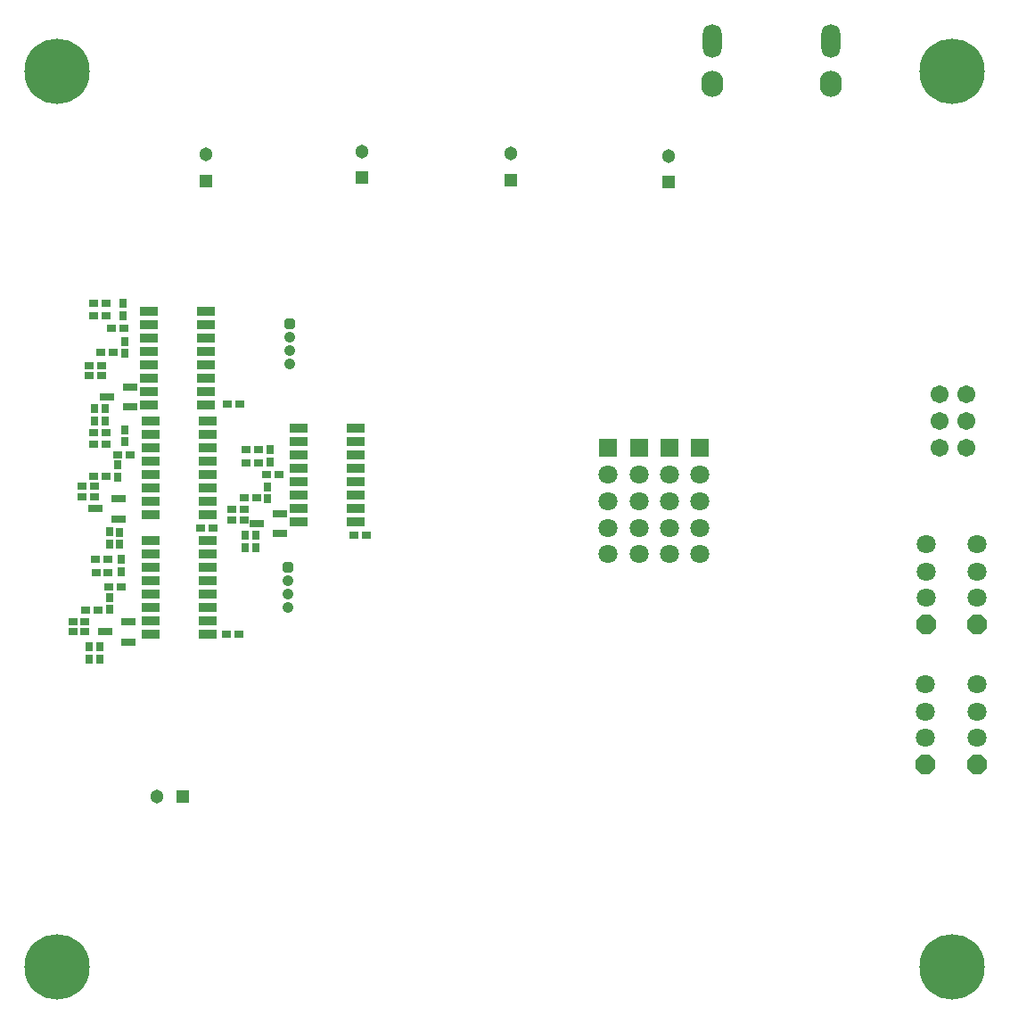
<source format=gbr>
%TF.GenerationSoftware,Altium Limited,Altium Designer,21.7.2 (23)*%
G04 Layer_Color=16711935*
%FSLAX24Y24*%
%MOIN*%
%TF.SameCoordinates,F115D885-3665-466D-A638-D1939FCD3409*%
%TF.FilePolarity,Negative*%
%TF.FileFunction,Soldermask,Bot*%
%TF.Part,Single*%
G01*
G75*
%TA.AperFunction,SMDPad,CuDef*%
%ADD78R,0.0330X0.0316*%
%ADD79R,0.0680X0.0356*%
%ADD80R,0.0316X0.0330*%
%ADD81R,0.0533X0.0316*%
%TA.AperFunction,ComponentPad*%
%ADD82C,0.0671*%
%ADD83C,0.0710*%
%ADD84R,0.0710X0.0710*%
%ADD85C,0.0513*%
%ADD86R,0.0513X0.0513*%
%ADD87O,0.0710X0.1261*%
%ADD88O,0.0828X0.0978*%
G04:AMPARAMS|DCode=89|XSize=41.5mil|YSize=41.5mil|CornerRadius=0mil|HoleSize=0mil|Usage=FLASHONLY|Rotation=270.000|XOffset=0mil|YOffset=0mil|HoleType=Round|Shape=Octagon|*
%AMOCTAGOND89*
4,1,8,-0.0104,-0.0207,0.0104,-0.0207,0.0207,-0.0104,0.0207,0.0104,0.0104,0.0207,-0.0104,0.0207,-0.0207,0.0104,-0.0207,-0.0104,-0.0104,-0.0207,0.0*
%
%ADD89OCTAGOND89*%

%ADD90C,0.0415*%
G04:AMPARAMS|DCode=91|XSize=71mil|YSize=71mil|CornerRadius=0mil|HoleSize=0mil|Usage=FLASHONLY|Rotation=90.000|XOffset=0mil|YOffset=0mil|HoleType=Round|Shape=Octagon|*
%AMOCTAGOND91*
4,1,8,0.0177,0.0355,-0.0177,0.0355,-0.0355,0.0177,-0.0355,-0.0177,-0.0177,-0.0355,0.0177,-0.0355,0.0355,-0.0177,0.0355,0.0177,0.0177,0.0355,0.0*
%
%ADD91OCTAGOND91*%

%TA.AperFunction,ViaPad*%
%ADD92C,0.2442*%
%TA.AperFunction,ComponentPad*%
%ADD93R,0.0513X0.0513*%
D78*
X13077Y18110D02*
D03*
X13537D02*
D03*
X8510Y18661D02*
D03*
X8970D02*
D03*
X8516Y19055D02*
D03*
X8976D02*
D03*
X8983Y19488D02*
D03*
X9443D02*
D03*
X10276Y20354D02*
D03*
X9816D02*
D03*
X9061Y21299D02*
D03*
X9521D02*
D03*
X9061Y20787D02*
D03*
X9521D02*
D03*
X8313Y14409D02*
D03*
X8773D02*
D03*
X2565Y14488D02*
D03*
X3025D02*
D03*
X2565Y14882D02*
D03*
X3025D02*
D03*
X4370Y16181D02*
D03*
X3910D02*
D03*
X3044Y15315D02*
D03*
X3504D02*
D03*
X3438Y16693D02*
D03*
X3898D02*
D03*
X3431Y17205D02*
D03*
X3891D02*
D03*
X7362Y18386D02*
D03*
X7822D02*
D03*
X2920Y19528D02*
D03*
X3380D02*
D03*
X2920Y19921D02*
D03*
X3380D02*
D03*
X3359Y20315D02*
D03*
X3819D02*
D03*
X4718Y21102D02*
D03*
X4258D02*
D03*
X3353Y21496D02*
D03*
X3813D02*
D03*
X3353Y21929D02*
D03*
X3813D02*
D03*
X3353Y26772D02*
D03*
X3813D02*
D03*
X3189Y24055D02*
D03*
X3649D02*
D03*
X3195Y24449D02*
D03*
X3655D02*
D03*
X8353Y22992D02*
D03*
X8813D02*
D03*
X4488Y25827D02*
D03*
X4028D02*
D03*
X3628Y24921D02*
D03*
X4088D02*
D03*
X3359Y26299D02*
D03*
X3819D02*
D03*
D79*
X11019Y18604D02*
D03*
Y19104D02*
D03*
Y19604D02*
D03*
Y20104D02*
D03*
Y20604D02*
D03*
Y21104D02*
D03*
Y21604D02*
D03*
Y22104D02*
D03*
X13154D02*
D03*
Y21604D02*
D03*
Y21104D02*
D03*
Y20604D02*
D03*
Y20104D02*
D03*
Y19604D02*
D03*
Y19104D02*
D03*
Y18604D02*
D03*
X5468Y18880D02*
D03*
Y19380D02*
D03*
Y19880D02*
D03*
Y20380D02*
D03*
Y20880D02*
D03*
Y21380D02*
D03*
Y21880D02*
D03*
Y22380D02*
D03*
X7603D02*
D03*
Y21880D02*
D03*
Y21380D02*
D03*
Y20880D02*
D03*
Y20380D02*
D03*
Y19880D02*
D03*
Y19380D02*
D03*
Y18880D02*
D03*
X5468Y14392D02*
D03*
Y14892D02*
D03*
Y15392D02*
D03*
Y15892D02*
D03*
Y16392D02*
D03*
Y16892D02*
D03*
Y17392D02*
D03*
Y17892D02*
D03*
X7603D02*
D03*
Y17392D02*
D03*
Y16892D02*
D03*
Y16392D02*
D03*
Y15892D02*
D03*
Y15392D02*
D03*
Y14892D02*
D03*
Y14392D02*
D03*
X5428Y22974D02*
D03*
Y23474D02*
D03*
Y23974D02*
D03*
Y24474D02*
D03*
Y24974D02*
D03*
Y25474D02*
D03*
Y25974D02*
D03*
Y26474D02*
D03*
X7564D02*
D03*
Y25974D02*
D03*
Y25474D02*
D03*
Y24974D02*
D03*
Y24474D02*
D03*
Y23974D02*
D03*
Y23474D02*
D03*
Y22974D02*
D03*
D80*
X9409Y17638D02*
D03*
Y18098D02*
D03*
X9016Y17644D02*
D03*
Y18104D02*
D03*
X9843Y19455D02*
D03*
Y19915D02*
D03*
X9961Y20833D02*
D03*
Y21293D02*
D03*
X3189Y13477D02*
D03*
Y13937D02*
D03*
X3583Y13477D02*
D03*
Y13937D02*
D03*
X3937Y15321D02*
D03*
Y15781D02*
D03*
X4370Y16739D02*
D03*
Y17198D02*
D03*
X3937Y17762D02*
D03*
Y18222D02*
D03*
X4331Y17756D02*
D03*
Y18216D02*
D03*
X4258Y20282D02*
D03*
Y20742D02*
D03*
X4528Y21587D02*
D03*
Y22047D02*
D03*
X3780Y22368D02*
D03*
Y22828D02*
D03*
X3386Y22375D02*
D03*
Y22835D02*
D03*
X4528Y24888D02*
D03*
Y25348D02*
D03*
X4449Y26305D02*
D03*
Y26765D02*
D03*
D81*
X10315Y18917D02*
D03*
Y18169D02*
D03*
X9449Y18543D02*
D03*
X4646Y14862D02*
D03*
Y14114D02*
D03*
X3780Y14488D02*
D03*
X4291Y19468D02*
D03*
Y18720D02*
D03*
X3425Y19094D02*
D03*
X4724Y23642D02*
D03*
Y22894D02*
D03*
X3858Y23268D02*
D03*
D82*
X34984Y23362D02*
D03*
X35984D02*
D03*
X34984Y22362D02*
D03*
X35984D02*
D03*
X34984Y21362D02*
D03*
X35984D02*
D03*
D83*
X22598Y19386D02*
D03*
Y17402D02*
D03*
Y18386D02*
D03*
Y20354D02*
D03*
X23740Y19386D02*
D03*
Y17402D02*
D03*
Y18386D02*
D03*
Y20354D02*
D03*
X24882Y19386D02*
D03*
Y17402D02*
D03*
Y18386D02*
D03*
Y20354D02*
D03*
X26024Y19386D02*
D03*
Y17402D02*
D03*
Y18386D02*
D03*
Y20354D02*
D03*
X36378Y16732D02*
D03*
Y15764D02*
D03*
Y17764D02*
D03*
X34488Y16728D02*
D03*
Y15760D02*
D03*
Y17760D02*
D03*
X36378Y11520D02*
D03*
Y10551D02*
D03*
Y12551D02*
D03*
X34449Y11520D02*
D03*
Y10551D02*
D03*
Y12551D02*
D03*
D84*
X22598Y21354D02*
D03*
X23740D02*
D03*
X24882D02*
D03*
X26024D02*
D03*
D85*
X13366Y32441D02*
D03*
X18957Y32362D02*
D03*
X7559Y32323D02*
D03*
X24862Y32283D02*
D03*
X5709Y8346D02*
D03*
D86*
X13366Y31457D02*
D03*
X18957Y31378D02*
D03*
X7559Y31339D02*
D03*
X24862Y31299D02*
D03*
D87*
X26488Y36555D02*
D03*
X30913D02*
D03*
D88*
X26488Y34980D02*
D03*
X30913D02*
D03*
D89*
X10669Y25988D02*
D03*
X10630Y16892D02*
D03*
D90*
X10669Y25488D02*
D03*
Y24988D02*
D03*
Y24488D02*
D03*
X10630Y16392D02*
D03*
Y15892D02*
D03*
Y15392D02*
D03*
D91*
X36378Y14764D02*
D03*
X34488Y14760D02*
D03*
X36378Y9551D02*
D03*
X34449D02*
D03*
D92*
X35433Y1969D02*
D03*
X1969D02*
D03*
Y35433D02*
D03*
X35433D02*
D03*
D93*
X6693Y8346D02*
D03*
%TF.MD5,7e34ede0f47cd384420b3ce1f09ea687*%
M02*

</source>
